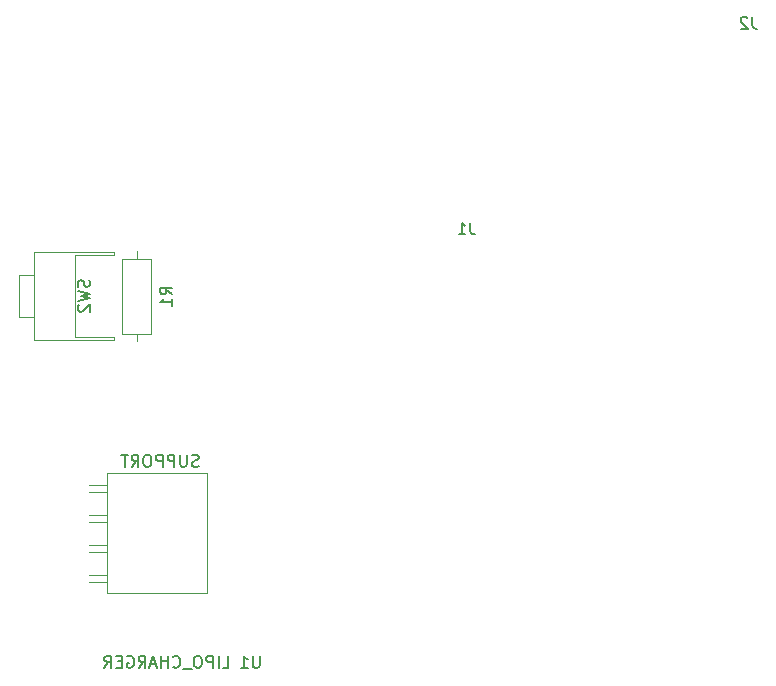
<source format=gbr>
G04 #@! TF.GenerationSoftware,KiCad,Pcbnew,(5.1.9-0-10_14)*
G04 #@! TF.CreationDate,2021-03-07T20:02:12-08:00*
G04 #@! TF.ProjectId,system,73797374-656d-42e6-9b69-6361645f7063,1.0-dev4*
G04 #@! TF.SameCoordinates,Original*
G04 #@! TF.FileFunction,Other,Fab,Bot*
%FSLAX46Y46*%
G04 Gerber Fmt 4.6, Leading zero omitted, Abs format (unit mm)*
G04 Created by KiCad (PCBNEW (5.1.9-0-10_14)) date 2021-03-07 20:02:12*
%MOMM*%
%LPD*%
G01*
G04 APERTURE LIST*
%ADD10C,0.100000*%
%ADD11C,0.150000*%
G04 APERTURE END LIST*
D10*
X117726000Y-143256000D02*
X117726000Y-133096000D01*
X109220000Y-143256000D02*
X109220000Y-133096000D01*
X117726000Y-143256000D02*
X109220000Y-143256000D01*
X107696000Y-134666000D02*
X109216000Y-134666000D01*
X109216000Y-134066000D02*
X107696000Y-134066000D01*
X107696000Y-137206000D02*
X109216000Y-137206000D01*
X109216000Y-136606000D02*
X107696000Y-136606000D01*
X117726000Y-133096000D02*
X109220000Y-133096000D01*
X109216000Y-139146000D02*
X107696000Y-139146000D01*
X107696000Y-139746000D02*
X109216000Y-139746000D01*
X109216000Y-141686000D02*
X107696000Y-141686000D01*
X107696000Y-142286000D02*
X109216000Y-142286000D01*
X111760000Y-121920000D02*
X111760000Y-121260000D01*
X111760000Y-114300000D02*
X111760000Y-114960000D01*
X110510000Y-121260000D02*
X110510000Y-114960000D01*
X113010000Y-121260000D02*
X110510000Y-121260000D01*
X113010000Y-114960000D02*
X113010000Y-121260000D01*
X110510000Y-114960000D02*
X113010000Y-114960000D01*
X109864000Y-114624000D02*
X106524000Y-114624000D01*
X109864000Y-121524000D02*
X109864000Y-121824000D01*
X109864000Y-114324000D02*
X103074000Y-114324000D01*
X103074000Y-114324000D02*
X103074000Y-121824000D01*
X109864000Y-121824000D02*
X103074000Y-121824000D01*
X106524000Y-114624000D02*
X106524000Y-121524000D01*
X109864000Y-114324000D02*
X109864000Y-114624000D01*
X109864000Y-121524000D02*
X106524000Y-121524000D01*
X101814000Y-116324000D02*
X101814000Y-119824000D01*
X101814000Y-119824000D02*
X103074000Y-119824000D01*
X101814000Y-116324000D02*
X103074000Y-116324000D01*
D11*
X117006285Y-132484761D02*
X116863428Y-132532380D01*
X116625333Y-132532380D01*
X116530095Y-132484761D01*
X116482476Y-132437142D01*
X116434857Y-132341904D01*
X116434857Y-132246666D01*
X116482476Y-132151428D01*
X116530095Y-132103809D01*
X116625333Y-132056190D01*
X116815809Y-132008571D01*
X116911047Y-131960952D01*
X116958666Y-131913333D01*
X117006285Y-131818095D01*
X117006285Y-131722857D01*
X116958666Y-131627619D01*
X116911047Y-131580000D01*
X116815809Y-131532380D01*
X116577714Y-131532380D01*
X116434857Y-131580000D01*
X116006285Y-131532380D02*
X116006285Y-132341904D01*
X115958666Y-132437142D01*
X115911047Y-132484761D01*
X115815809Y-132532380D01*
X115625333Y-132532380D01*
X115530095Y-132484761D01*
X115482476Y-132437142D01*
X115434857Y-132341904D01*
X115434857Y-131532380D01*
X114958666Y-132532380D02*
X114958666Y-131532380D01*
X114577714Y-131532380D01*
X114482476Y-131580000D01*
X114434857Y-131627619D01*
X114387238Y-131722857D01*
X114387238Y-131865714D01*
X114434857Y-131960952D01*
X114482476Y-132008571D01*
X114577714Y-132056190D01*
X114958666Y-132056190D01*
X113958666Y-132532380D02*
X113958666Y-131532380D01*
X113577714Y-131532380D01*
X113482476Y-131580000D01*
X113434857Y-131627619D01*
X113387238Y-131722857D01*
X113387238Y-131865714D01*
X113434857Y-131960952D01*
X113482476Y-132008571D01*
X113577714Y-132056190D01*
X113958666Y-132056190D01*
X112768190Y-131532380D02*
X112577714Y-131532380D01*
X112482476Y-131580000D01*
X112387238Y-131675238D01*
X112339619Y-131865714D01*
X112339619Y-132199047D01*
X112387238Y-132389523D01*
X112482476Y-132484761D01*
X112577714Y-132532380D01*
X112768190Y-132532380D01*
X112863428Y-132484761D01*
X112958666Y-132389523D01*
X113006285Y-132199047D01*
X113006285Y-131865714D01*
X112958666Y-131675238D01*
X112863428Y-131580000D01*
X112768190Y-131532380D01*
X111339619Y-132532380D02*
X111672952Y-132056190D01*
X111911047Y-132532380D02*
X111911047Y-131532380D01*
X111530095Y-131532380D01*
X111434857Y-131580000D01*
X111387238Y-131627619D01*
X111339619Y-131722857D01*
X111339619Y-131865714D01*
X111387238Y-131960952D01*
X111434857Y-132008571D01*
X111530095Y-132056190D01*
X111911047Y-132056190D01*
X111053904Y-131532380D02*
X110482476Y-131532380D01*
X110768190Y-132532380D02*
X110768190Y-131532380D01*
X163909333Y-94448380D02*
X163909333Y-95162666D01*
X163956952Y-95305523D01*
X164052190Y-95400761D01*
X164195047Y-95448380D01*
X164290285Y-95448380D01*
X163480761Y-94543619D02*
X163433142Y-94496000D01*
X163337904Y-94448380D01*
X163099809Y-94448380D01*
X163004571Y-94496000D01*
X162956952Y-94543619D01*
X162909333Y-94638857D01*
X162909333Y-94734095D01*
X162956952Y-94876952D01*
X163528380Y-95448380D01*
X162909333Y-95448380D01*
X140033333Y-111864480D02*
X140033333Y-112578766D01*
X140080952Y-112721623D01*
X140176190Y-112816861D01*
X140319047Y-112864480D01*
X140414285Y-112864480D01*
X139033333Y-112864480D02*
X139604761Y-112864480D01*
X139319047Y-112864480D02*
X139319047Y-111864480D01*
X139414285Y-112007338D01*
X139509523Y-112102576D01*
X139604761Y-112150195D01*
X114752380Y-117943333D02*
X114276190Y-117610000D01*
X114752380Y-117371904D02*
X113752380Y-117371904D01*
X113752380Y-117752857D01*
X113800000Y-117848095D01*
X113847619Y-117895714D01*
X113942857Y-117943333D01*
X114085714Y-117943333D01*
X114180952Y-117895714D01*
X114228571Y-117848095D01*
X114276190Y-117752857D01*
X114276190Y-117371904D01*
X114752380Y-118895714D02*
X114752380Y-118324285D01*
X114752380Y-118610000D02*
X113752380Y-118610000D01*
X113895238Y-118514761D01*
X113990476Y-118419523D01*
X114038095Y-118324285D01*
X107748761Y-116740666D02*
X107796380Y-116883523D01*
X107796380Y-117121619D01*
X107748761Y-117216857D01*
X107701142Y-117264476D01*
X107605904Y-117312095D01*
X107510666Y-117312095D01*
X107415428Y-117264476D01*
X107367809Y-117216857D01*
X107320190Y-117121619D01*
X107272571Y-116931142D01*
X107224952Y-116835904D01*
X107177333Y-116788285D01*
X107082095Y-116740666D01*
X106986857Y-116740666D01*
X106891619Y-116788285D01*
X106844000Y-116835904D01*
X106796380Y-116931142D01*
X106796380Y-117169238D01*
X106844000Y-117312095D01*
X106796380Y-117645428D02*
X107796380Y-117883523D01*
X107082095Y-118074000D01*
X107796380Y-118264476D01*
X106796380Y-118502571D01*
X106891619Y-118835904D02*
X106844000Y-118883523D01*
X106796380Y-118978761D01*
X106796380Y-119216857D01*
X106844000Y-119312095D01*
X106891619Y-119359714D01*
X106986857Y-119407333D01*
X107082095Y-119407333D01*
X107224952Y-119359714D01*
X107796380Y-118788285D01*
X107796380Y-119407333D01*
X122173904Y-148550380D02*
X122173904Y-149359904D01*
X122126285Y-149455142D01*
X122078666Y-149502761D01*
X121983428Y-149550380D01*
X121792952Y-149550380D01*
X121697714Y-149502761D01*
X121650095Y-149455142D01*
X121602476Y-149359904D01*
X121602476Y-148550380D01*
X120602476Y-149550380D02*
X121173904Y-149550380D01*
X120888190Y-149550380D02*
X120888190Y-148550380D01*
X120983428Y-148693238D01*
X121078666Y-148788476D01*
X121173904Y-148836095D01*
X119038095Y-149550380D02*
X119514285Y-149550380D01*
X119514285Y-148550380D01*
X118704761Y-149550380D02*
X118704761Y-148550380D01*
X118228571Y-149550380D02*
X118228571Y-148550380D01*
X117847619Y-148550380D01*
X117752380Y-148598000D01*
X117704761Y-148645619D01*
X117657142Y-148740857D01*
X117657142Y-148883714D01*
X117704761Y-148978952D01*
X117752380Y-149026571D01*
X117847619Y-149074190D01*
X118228571Y-149074190D01*
X117038095Y-148550380D02*
X116847619Y-148550380D01*
X116752380Y-148598000D01*
X116657142Y-148693238D01*
X116609523Y-148883714D01*
X116609523Y-149217047D01*
X116657142Y-149407523D01*
X116752380Y-149502761D01*
X116847619Y-149550380D01*
X117038095Y-149550380D01*
X117133333Y-149502761D01*
X117228571Y-149407523D01*
X117276190Y-149217047D01*
X117276190Y-148883714D01*
X117228571Y-148693238D01*
X117133333Y-148598000D01*
X117038095Y-148550380D01*
X116419047Y-149645619D02*
X115657142Y-149645619D01*
X114847619Y-149455142D02*
X114895238Y-149502761D01*
X115038095Y-149550380D01*
X115133333Y-149550380D01*
X115276190Y-149502761D01*
X115371428Y-149407523D01*
X115419047Y-149312285D01*
X115466666Y-149121809D01*
X115466666Y-148978952D01*
X115419047Y-148788476D01*
X115371428Y-148693238D01*
X115276190Y-148598000D01*
X115133333Y-148550380D01*
X115038095Y-148550380D01*
X114895238Y-148598000D01*
X114847619Y-148645619D01*
X114419047Y-149550380D02*
X114419047Y-148550380D01*
X114419047Y-149026571D02*
X113847619Y-149026571D01*
X113847619Y-149550380D02*
X113847619Y-148550380D01*
X113419047Y-149264666D02*
X112942857Y-149264666D01*
X113514285Y-149550380D02*
X113180952Y-148550380D01*
X112847619Y-149550380D01*
X111942857Y-149550380D02*
X112276190Y-149074190D01*
X112514285Y-149550380D02*
X112514285Y-148550380D01*
X112133333Y-148550380D01*
X112038095Y-148598000D01*
X111990476Y-148645619D01*
X111942857Y-148740857D01*
X111942857Y-148883714D01*
X111990476Y-148978952D01*
X112038095Y-149026571D01*
X112133333Y-149074190D01*
X112514285Y-149074190D01*
X110990476Y-148598000D02*
X111085714Y-148550380D01*
X111228571Y-148550380D01*
X111371428Y-148598000D01*
X111466666Y-148693238D01*
X111514285Y-148788476D01*
X111561904Y-148978952D01*
X111561904Y-149121809D01*
X111514285Y-149312285D01*
X111466666Y-149407523D01*
X111371428Y-149502761D01*
X111228571Y-149550380D01*
X111133333Y-149550380D01*
X110990476Y-149502761D01*
X110942857Y-149455142D01*
X110942857Y-149121809D01*
X111133333Y-149121809D01*
X110514285Y-149026571D02*
X110180952Y-149026571D01*
X110038095Y-149550380D02*
X110514285Y-149550380D01*
X110514285Y-148550380D01*
X110038095Y-148550380D01*
X109038095Y-149550380D02*
X109371428Y-149074190D01*
X109609523Y-149550380D02*
X109609523Y-148550380D01*
X109228571Y-148550380D01*
X109133333Y-148598000D01*
X109085714Y-148645619D01*
X109038095Y-148740857D01*
X109038095Y-148883714D01*
X109085714Y-148978952D01*
X109133333Y-149026571D01*
X109228571Y-149074190D01*
X109609523Y-149074190D01*
M02*

</source>
